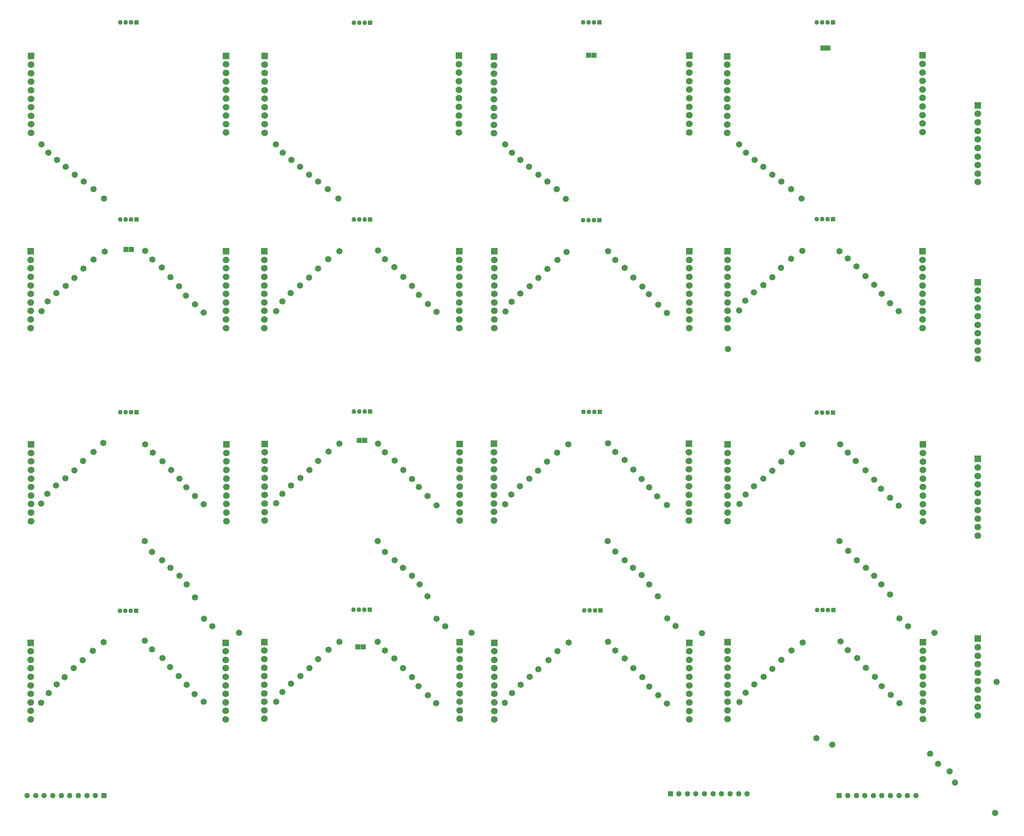
<source format=gbs>
G04*
G04 #@! TF.GenerationSoftware,Altium Limited,Altium Designer,25.2.1 (25)*
G04*
G04 Layer_Color=16711935*
%FSAX44Y44*%
%MOMM*%
G71*
G04*
G04 #@! TF.SameCoordinates,962EF830-37C3-45C2-9A6A-2A16DDEA0E73*
G04*
G04*
G04 #@! TF.FilePolarity,Negative*
G04*
G01*
G75*
%ADD19C,1.3000*%
%ADD20R,1.3000X1.3000*%
%ADD21R,1.5612X1.5612*%
%ADD22C,1.5612*%
%ADD23R,1.1000X1.1000*%
%ADD24C,1.1000*%
%ADD25C,1.4732*%
%ADD30R,1.1532X1.1532*%
D19*
X01974500Y00327750D02*
D03*
X01954500D02*
D03*
X01934500D02*
D03*
X01914500D02*
D03*
X01894500D02*
D03*
X01874500D02*
D03*
X01854500D02*
D03*
X01834500D02*
D03*
X01814500D02*
D03*
X02210500Y00323385D02*
D03*
X02230500D02*
D03*
X02250500D02*
D03*
X02270500D02*
D03*
X02290500D02*
D03*
X02310500D02*
D03*
X02330500D02*
D03*
X02350500D02*
D03*
X02370500D02*
D03*
X00446250D02*
D03*
X00426250D02*
D03*
X00406250D02*
D03*
X00386250D02*
D03*
X00366250D02*
D03*
X00346250D02*
D03*
X00326250D02*
D03*
X00306250D02*
D03*
X00286250D02*
D03*
D20*
X01794500Y00327750D02*
D03*
X02190500Y00323385D02*
D03*
X00466250D02*
D03*
D21*
X02515750Y01942520D02*
D03*
Y00691520D02*
D03*
Y01527808D02*
D03*
Y01113097D02*
D03*
X01381000Y01148750D02*
D03*
X01838250D02*
D03*
X00294665Y00682075D02*
D03*
X00295750Y01147250D02*
D03*
X00752165Y00682075D02*
D03*
X00753250Y01147250D02*
D03*
X00842500Y00683500D02*
D03*
X01839250Y00682000D02*
D03*
X00843000Y01148500D02*
D03*
X01300750D02*
D03*
X01300250Y00683500D02*
D03*
X01928500Y01147000D02*
D03*
X01929000Y00683250D02*
D03*
X02386500Y01147000D02*
D03*
X02387000Y00683250D02*
D03*
X01382000Y00682000D02*
D03*
X02386000Y02059750D02*
D03*
X00843250Y02058250D02*
D03*
X01299000Y02059000D02*
D03*
X01381000Y02056750D02*
D03*
X00295000Y02058000D02*
D03*
X00752500Y02058500D02*
D03*
X01838500Y02059250D02*
D03*
X01928000Y02057750D02*
D03*
X00294500Y01600250D02*
D03*
X00752500D02*
D03*
X01299750D02*
D03*
X00842500D02*
D03*
X01381250D02*
D03*
X01928500D02*
D03*
X01839000D02*
D03*
X02386000D02*
D03*
D22*
X02515750Y01922520D02*
D03*
Y01902520D02*
D03*
Y01882520D02*
D03*
Y01862520D02*
D03*
Y01842520D02*
D03*
Y01822520D02*
D03*
Y01802520D02*
D03*
Y01782520D02*
D03*
Y01762520D02*
D03*
Y00671520D02*
D03*
Y00651520D02*
D03*
Y00631520D02*
D03*
Y00611520D02*
D03*
Y00591520D02*
D03*
Y00571520D02*
D03*
Y00551520D02*
D03*
Y00531520D02*
D03*
Y00511520D02*
D03*
Y01507808D02*
D03*
Y01487808D02*
D03*
Y01467808D02*
D03*
Y01447808D02*
D03*
Y01427808D02*
D03*
Y01407808D02*
D03*
Y01387808D02*
D03*
Y01367808D02*
D03*
Y01347808D02*
D03*
Y01093097D02*
D03*
Y01073097D02*
D03*
Y01053097D02*
D03*
Y01033097D02*
D03*
Y01013097D02*
D03*
Y00993097D02*
D03*
Y00973097D02*
D03*
Y00953097D02*
D03*
Y00933097D02*
D03*
X01381000Y00968750D02*
D03*
Y00988750D02*
D03*
Y01008750D02*
D03*
Y01028750D02*
D03*
Y01048750D02*
D03*
Y01068750D02*
D03*
Y01088750D02*
D03*
Y01108750D02*
D03*
Y01128750D02*
D03*
X01838250Y00968750D02*
D03*
Y00988750D02*
D03*
Y01008750D02*
D03*
Y01028750D02*
D03*
Y01048750D02*
D03*
Y01068750D02*
D03*
Y01088750D02*
D03*
Y01108750D02*
D03*
Y01128750D02*
D03*
X00294665Y00502074D02*
D03*
Y00522075D02*
D03*
Y00542075D02*
D03*
Y00562075D02*
D03*
Y00582075D02*
D03*
Y00602075D02*
D03*
Y00622075D02*
D03*
Y00642075D02*
D03*
Y00662075D02*
D03*
X00295750Y00967250D02*
D03*
Y00987250D02*
D03*
Y01007250D02*
D03*
Y01027250D02*
D03*
Y01047250D02*
D03*
Y01067250D02*
D03*
Y01087250D02*
D03*
Y01107250D02*
D03*
Y01127250D02*
D03*
X00752165Y00502074D02*
D03*
Y00522075D02*
D03*
Y00542075D02*
D03*
Y00562075D02*
D03*
Y00582075D02*
D03*
Y00602075D02*
D03*
Y00622075D02*
D03*
Y00642075D02*
D03*
Y00662075D02*
D03*
X00753250Y00967250D02*
D03*
Y00987250D02*
D03*
Y01007250D02*
D03*
Y01027250D02*
D03*
Y01047250D02*
D03*
Y01067250D02*
D03*
Y01087250D02*
D03*
Y01107250D02*
D03*
Y01127250D02*
D03*
X00842500Y00503500D02*
D03*
Y00523500D02*
D03*
Y00543500D02*
D03*
Y00563500D02*
D03*
Y00583500D02*
D03*
Y00603500D02*
D03*
Y00623500D02*
D03*
Y00643500D02*
D03*
Y00663500D02*
D03*
X01839250Y00502000D02*
D03*
Y00522000D02*
D03*
Y00542000D02*
D03*
Y00562000D02*
D03*
Y00582000D02*
D03*
Y00602000D02*
D03*
Y00622000D02*
D03*
Y00642000D02*
D03*
Y00662000D02*
D03*
X00843000Y00968500D02*
D03*
Y00988500D02*
D03*
Y01008500D02*
D03*
Y01028500D02*
D03*
Y01048500D02*
D03*
Y01068500D02*
D03*
Y01088500D02*
D03*
Y01108500D02*
D03*
Y01128500D02*
D03*
X01300750Y00968500D02*
D03*
Y00988500D02*
D03*
Y01008500D02*
D03*
Y01028500D02*
D03*
Y01048500D02*
D03*
Y01068500D02*
D03*
Y01088500D02*
D03*
Y01108500D02*
D03*
Y01128500D02*
D03*
X01300250Y00503500D02*
D03*
Y00523500D02*
D03*
Y00543500D02*
D03*
Y00563500D02*
D03*
Y00583500D02*
D03*
Y00603500D02*
D03*
Y00623500D02*
D03*
Y00643500D02*
D03*
Y00663500D02*
D03*
X01928500Y00967000D02*
D03*
Y00987000D02*
D03*
Y01007000D02*
D03*
Y01027000D02*
D03*
Y01047000D02*
D03*
Y01067000D02*
D03*
Y01087000D02*
D03*
Y01107000D02*
D03*
Y01127000D02*
D03*
X01929000Y00503250D02*
D03*
Y00523250D02*
D03*
Y00543250D02*
D03*
Y00563250D02*
D03*
Y00583250D02*
D03*
Y00603250D02*
D03*
Y00623250D02*
D03*
Y00643250D02*
D03*
Y00663250D02*
D03*
X02386500Y00967000D02*
D03*
Y00987000D02*
D03*
Y01007000D02*
D03*
Y01027000D02*
D03*
Y01047000D02*
D03*
Y01067000D02*
D03*
Y01087000D02*
D03*
Y01107000D02*
D03*
Y01127000D02*
D03*
X02387000Y00503250D02*
D03*
Y00523250D02*
D03*
Y00543250D02*
D03*
Y00563250D02*
D03*
Y00583250D02*
D03*
Y00603250D02*
D03*
Y00623250D02*
D03*
Y00643250D02*
D03*
Y00663250D02*
D03*
X01382000Y00502000D02*
D03*
Y00522000D02*
D03*
Y00542000D02*
D03*
Y00562000D02*
D03*
Y00582000D02*
D03*
Y00602000D02*
D03*
Y00622000D02*
D03*
Y00642000D02*
D03*
Y00662000D02*
D03*
X02386000Y02039750D02*
D03*
Y02019750D02*
D03*
Y01999750D02*
D03*
Y01979750D02*
D03*
Y01959750D02*
D03*
Y01939750D02*
D03*
Y01919750D02*
D03*
Y01899750D02*
D03*
Y01879750D02*
D03*
X00843250Y02038250D02*
D03*
Y02018250D02*
D03*
Y01998250D02*
D03*
Y01978250D02*
D03*
Y01958250D02*
D03*
Y01938250D02*
D03*
Y01918250D02*
D03*
Y01898250D02*
D03*
Y01878250D02*
D03*
X01299000Y02039000D02*
D03*
Y02019000D02*
D03*
Y01999000D02*
D03*
Y01979000D02*
D03*
Y01959000D02*
D03*
Y01939000D02*
D03*
Y01919000D02*
D03*
Y01899000D02*
D03*
Y01879000D02*
D03*
X01381000Y02036750D02*
D03*
Y02016750D02*
D03*
Y01996750D02*
D03*
Y01976750D02*
D03*
Y01956750D02*
D03*
Y01936750D02*
D03*
Y01916750D02*
D03*
Y01896750D02*
D03*
Y01876750D02*
D03*
X00295000Y02038000D02*
D03*
Y02018000D02*
D03*
Y01998000D02*
D03*
Y01978000D02*
D03*
Y01958000D02*
D03*
Y01938000D02*
D03*
Y01918000D02*
D03*
Y01898000D02*
D03*
Y01878000D02*
D03*
X00752500Y02038500D02*
D03*
Y02018500D02*
D03*
Y01998500D02*
D03*
Y01978500D02*
D03*
Y01958500D02*
D03*
Y01938500D02*
D03*
Y01918500D02*
D03*
Y01898500D02*
D03*
Y01878500D02*
D03*
X01838500Y02039250D02*
D03*
Y02019250D02*
D03*
Y01999250D02*
D03*
Y01979250D02*
D03*
Y01959250D02*
D03*
Y01939250D02*
D03*
Y01919250D02*
D03*
Y01899250D02*
D03*
Y01879250D02*
D03*
X01928000Y02037750D02*
D03*
Y02017750D02*
D03*
Y01997750D02*
D03*
Y01977750D02*
D03*
Y01957750D02*
D03*
Y01937750D02*
D03*
Y01917750D02*
D03*
Y01897750D02*
D03*
Y01877750D02*
D03*
X00294500Y01580250D02*
D03*
Y01560250D02*
D03*
Y01540250D02*
D03*
Y01520250D02*
D03*
Y01500250D02*
D03*
Y01480250D02*
D03*
Y01460250D02*
D03*
Y01440250D02*
D03*
Y01420250D02*
D03*
X00752500Y01580250D02*
D03*
Y01560250D02*
D03*
Y01540250D02*
D03*
Y01520250D02*
D03*
Y01500250D02*
D03*
Y01480250D02*
D03*
Y01460250D02*
D03*
Y01440250D02*
D03*
Y01420250D02*
D03*
X01299750Y01580250D02*
D03*
Y01560250D02*
D03*
Y01540250D02*
D03*
Y01520250D02*
D03*
Y01500250D02*
D03*
Y01480250D02*
D03*
Y01460250D02*
D03*
Y01440250D02*
D03*
Y01420250D02*
D03*
X00842500Y01580250D02*
D03*
Y01560250D02*
D03*
Y01540250D02*
D03*
Y01520250D02*
D03*
Y01500250D02*
D03*
Y01480250D02*
D03*
Y01460250D02*
D03*
Y01440250D02*
D03*
Y01420250D02*
D03*
X01381250Y01580250D02*
D03*
Y01560250D02*
D03*
Y01540250D02*
D03*
Y01520250D02*
D03*
Y01500250D02*
D03*
Y01480250D02*
D03*
Y01460250D02*
D03*
Y01440250D02*
D03*
Y01420250D02*
D03*
X01928500Y01580250D02*
D03*
Y01560250D02*
D03*
Y01540250D02*
D03*
Y01520250D02*
D03*
Y01500250D02*
D03*
Y01480250D02*
D03*
Y01460250D02*
D03*
Y01440250D02*
D03*
Y01420250D02*
D03*
X01839000Y01580250D02*
D03*
Y01560250D02*
D03*
Y01540250D02*
D03*
Y01520250D02*
D03*
Y01500250D02*
D03*
Y01480250D02*
D03*
Y01460250D02*
D03*
Y01440250D02*
D03*
Y01420250D02*
D03*
X02386000Y01580250D02*
D03*
Y01560250D02*
D03*
Y01540250D02*
D03*
Y01520250D02*
D03*
Y01500250D02*
D03*
Y01480250D02*
D03*
Y01460250D02*
D03*
Y01440250D02*
D03*
Y01420250D02*
D03*
D23*
X01629300Y01223750D02*
D03*
X00541865Y00757325D02*
D03*
X00542951Y01222750D02*
D03*
X01630300Y00757750D02*
D03*
X01090200Y01224000D02*
D03*
X01089700Y00759250D02*
D03*
X02176700Y00758500D02*
D03*
X02176200Y01222000D02*
D03*
X00542200Y01675000D02*
D03*
X01090800Y02136500D02*
D03*
X00542200Y02137250D02*
D03*
X01628450Y02137000D02*
D03*
X02175700D02*
D03*
X01090800Y01674500D02*
D03*
X01628450Y01673000D02*
D03*
X02175701Y01675750D02*
D03*
D24*
X01616600Y01223750D02*
D03*
X01603900D02*
D03*
X01591200D02*
D03*
X00529165Y00757325D02*
D03*
X00516465D02*
D03*
X00503765D02*
D03*
X00530251Y01222750D02*
D03*
X00517551D02*
D03*
X00504851D02*
D03*
X01617600Y00757750D02*
D03*
X01604900D02*
D03*
X01592200D02*
D03*
X01077500Y01224000D02*
D03*
X01064800D02*
D03*
X01052100D02*
D03*
X01077000Y00759250D02*
D03*
X01064300D02*
D03*
X01051600D02*
D03*
X02164000Y00758500D02*
D03*
X02151300D02*
D03*
X02138600D02*
D03*
X02163500Y01222000D02*
D03*
X02150800D02*
D03*
X02138100D02*
D03*
X00529500Y01675000D02*
D03*
X00516800D02*
D03*
X00504100D02*
D03*
X01052700Y02136500D02*
D03*
X01065400D02*
D03*
X01078100D02*
D03*
X00504100Y02137250D02*
D03*
X00516800D02*
D03*
X00529500D02*
D03*
X01590350Y02137000D02*
D03*
X01603050D02*
D03*
X01615750D02*
D03*
X02137600D02*
D03*
X02150300D02*
D03*
X02163000D02*
D03*
X01052700Y01674500D02*
D03*
X01065400D02*
D03*
X01078100D02*
D03*
X01590350Y01673000D02*
D03*
X01603050D02*
D03*
X01615750D02*
D03*
X02137601Y01675750D02*
D03*
X02150300D02*
D03*
X02163000D02*
D03*
D25*
X02403750Y00421500D02*
D03*
X02422500Y00397750D02*
D03*
X02449500Y00380000D02*
D03*
X02461750Y00354250D02*
D03*
X02174250Y00442750D02*
D03*
X02137250Y00458250D02*
D03*
X02559000Y00590500D02*
D03*
X02556000Y00282750D02*
D03*
X01551000Y01599000D02*
D03*
X01549000Y01722750D02*
D03*
X01018750Y00684000D02*
D03*
X02311000Y00559500D02*
D03*
X01929250Y01371250D02*
D03*
X00442000Y01581000D02*
D03*
X00465066Y01150934D02*
D03*
X00441500Y01129750D02*
D03*
X00417500Y01108000D02*
D03*
X00396750Y01086750D02*
D03*
X00375750Y01068000D02*
D03*
X00353750Y01050500D02*
D03*
X00319250Y01008500D02*
D03*
X00333750Y01031000D02*
D03*
X00563250Y01147250D02*
D03*
X00580500Y01128000D02*
D03*
X00603750Y00646000D02*
D03*
X00660500Y00583500D02*
D03*
X00700250Y00543750D02*
D03*
X00679250Y00561500D02*
D03*
X00642000Y00603750D02*
D03*
X00621500Y00625250D02*
D03*
X00562250Y00687000D02*
D03*
X00578750Y00666750D02*
D03*
X01556000Y00682750D02*
D03*
X01509000Y00641250D02*
D03*
X01484750Y00620000D02*
D03*
X01464250Y00601750D02*
D03*
X01530250Y00662250D02*
D03*
X01443250Y00583250D02*
D03*
X01406250Y00540750D02*
D03*
X01422750Y00564250D02*
D03*
X02104750Y00682500D02*
D03*
X02054750Y00642000D02*
D03*
X02034000Y00620750D02*
D03*
X02013000Y00602000D02*
D03*
X01971000Y00565000D02*
D03*
X01956500Y00542500D02*
D03*
X02078750Y00663750D02*
D03*
X01991000Y00584500D02*
D03*
X00968750Y00643500D02*
D03*
X00948000Y00622250D02*
D03*
X00927000Y00603500D02*
D03*
X00885000Y00566500D02*
D03*
X00870500Y00544000D02*
D03*
X00992750Y00665250D02*
D03*
X00905000Y00586000D02*
D03*
X00465750Y00683750D02*
D03*
X00440250Y00663000D02*
D03*
X00416250Y00641250D02*
D03*
X00395000Y00622000D02*
D03*
X00374500Y00601250D02*
D03*
X00355750Y00584000D02*
D03*
X00336750Y00563750D02*
D03*
X00319500Y00540750D02*
D03*
X01018750Y01149000D02*
D03*
X00968750Y01108500D02*
D03*
X00948000Y01087250D02*
D03*
X00927000Y01068500D02*
D03*
X00885000Y01031500D02*
D03*
X00870500Y01009000D02*
D03*
X00992750Y01130250D02*
D03*
X00905000Y01051000D02*
D03*
X01555250Y01147000D02*
D03*
X01505250Y01106500D02*
D03*
X01484500Y01085250D02*
D03*
X01463500Y01066500D02*
D03*
X01421500Y01029500D02*
D03*
X01407000Y01007000D02*
D03*
X01529250Y01128250D02*
D03*
X01441500Y01049000D02*
D03*
X02104500Y01147500D02*
D03*
X02054500Y01107000D02*
D03*
X02033750Y01085750D02*
D03*
X02012750Y01067000D02*
D03*
X01970750Y01030000D02*
D03*
X01956250Y01007500D02*
D03*
X02078500Y01128750D02*
D03*
X01990750Y01049500D02*
D03*
X02104000Y01601500D02*
D03*
X02054000Y01561000D02*
D03*
X02033250Y01539750D02*
D03*
X02012250Y01521000D02*
D03*
X01970250Y01484000D02*
D03*
X01955750Y01461500D02*
D03*
X02078000Y01582750D02*
D03*
X01990250Y01503500D02*
D03*
X01506000Y01558500D02*
D03*
X01485250Y01537250D02*
D03*
X01464250Y01518500D02*
D03*
X01422250Y01481500D02*
D03*
X01407750Y01459000D02*
D03*
X01530000Y01580250D02*
D03*
X01442250Y01501000D02*
D03*
X01018250Y01600000D02*
D03*
X00968250Y01559500D02*
D03*
X00947500Y01538250D02*
D03*
X00926500Y01519500D02*
D03*
X00884500Y01482500D02*
D03*
X00870000Y01460000D02*
D03*
X00992250Y01581250D02*
D03*
X00904500Y01502000D02*
D03*
X00354250Y01501750D02*
D03*
X00319750Y01459750D02*
D03*
X00334250Y01482250D02*
D03*
X00376250Y01519250D02*
D03*
X00397250Y01538000D02*
D03*
X00418000Y01559250D02*
D03*
X00468000Y01599750D02*
D03*
X01125000Y00664250D02*
D03*
X01108500Y00684500D02*
D03*
X01147250Y00645250D02*
D03*
X01167750Y00622750D02*
D03*
X01188250Y00601250D02*
D03*
X01204250Y00579750D02*
D03*
X01225500Y00559000D02*
D03*
X01245750Y00540000D02*
D03*
X01647250Y00920250D02*
D03*
X01708000Y00622500D02*
D03*
X01765250Y00791000D02*
D03*
X01648750Y00684250D02*
D03*
X01665250Y00664000D02*
D03*
X01687500Y00645000D02*
D03*
X01728500Y00601000D02*
D03*
X01744500Y00579500D02*
D03*
X01765750Y00558750D02*
D03*
X01786000Y00539750D02*
D03*
X02194000Y00685000D02*
D03*
X02210500Y00664750D02*
D03*
X02232750Y00645750D02*
D03*
X02253250Y00623250D02*
D03*
X02273750Y00601750D02*
D03*
X02289750Y00580250D02*
D03*
X02331250Y00540500D02*
D03*
X02193000Y01147750D02*
D03*
X02229500Y01108750D02*
D03*
X02210250Y01127500D02*
D03*
X02252250Y01086000D02*
D03*
X02272750Y01064500D02*
D03*
X02288750Y01043000D02*
D03*
X02310000Y01022250D02*
D03*
X02330250Y01003250D02*
D03*
X01744750Y01046750D02*
D03*
X01744000Y01499500D02*
D03*
X01763750Y01025000D02*
D03*
X01786000Y01455750D02*
D03*
X01727000Y01066250D02*
D03*
X01648750Y01149750D02*
D03*
X01665250Y01129500D02*
D03*
X01687500Y01110500D02*
D03*
X01708000Y01088000D02*
D03*
X01786000Y01005250D02*
D03*
X01224750Y01026500D02*
D03*
X01204750Y01047000D02*
D03*
X01148000Y01109250D02*
D03*
X01168000Y01087250D02*
D03*
X01188500Y01065750D02*
D03*
X01246000Y01004500D02*
D03*
X01108750Y01149000D02*
D03*
X01125250Y01128750D02*
D03*
X00603375Y01107625D02*
D03*
X00700500Y01006500D02*
D03*
X00679750Y01026250D02*
D03*
X00659250Y01046250D02*
D03*
X00643500Y01066500D02*
D03*
X00623500Y01087000D02*
D03*
X00563000Y01601250D02*
D03*
X00579500Y01581000D02*
D03*
X00601750Y01562000D02*
D03*
X00622250Y01539500D02*
D03*
X00642750Y01518000D02*
D03*
X00658750Y01496500D02*
D03*
X00680000Y01475750D02*
D03*
X00700250Y01456750D02*
D03*
X02210750Y01583000D02*
D03*
X02191250Y01600500D02*
D03*
X02290500Y01500000D02*
D03*
X02272000Y01521750D02*
D03*
X02231250Y01564750D02*
D03*
X02251750Y01542250D02*
D03*
X02309500Y01478500D02*
D03*
X02329750Y01459500D02*
D03*
X01648750Y01600250D02*
D03*
X01665250Y01580000D02*
D03*
X01687500Y01561000D02*
D03*
X01708000Y01538500D02*
D03*
X01728500Y01517000D02*
D03*
X01765750Y01474750D02*
D03*
X01246000Y01457750D02*
D03*
X01225750Y01476750D02*
D03*
X01204500Y01497500D02*
D03*
X01188500Y01519000D02*
D03*
X01168000Y01540500D02*
D03*
X01147500Y01563000D02*
D03*
X01125250Y01582000D02*
D03*
X01108750Y01602250D02*
D03*
X00679500Y00788000D02*
D03*
X01225000Y00791000D02*
D03*
X02310000Y00795250D02*
D03*
X02289250Y00818750D02*
D03*
X00660250D02*
D03*
X01206000D02*
D03*
X01745000D02*
D03*
X02272000Y00839000D02*
D03*
X01727500Y00841000D02*
D03*
X01188750Y00839000D02*
D03*
X00643000D02*
D03*
X02253000Y00858000D02*
D03*
X01707000D02*
D03*
X00622000Y00857500D02*
D03*
X01167750D02*
D03*
X01148250Y00875250D02*
D03*
X01687250D02*
D03*
X02231500D02*
D03*
X00602500D02*
D03*
X02211750Y00897750D02*
D03*
X01124750Y00895250D02*
D03*
X01665250Y00895750D02*
D03*
X00579000Y00895250D02*
D03*
X01787500Y00739000D02*
D03*
X01807000Y00721500D02*
D03*
X01868875Y00704875D02*
D03*
X02331250Y00739250D02*
D03*
X02352000Y00720750D02*
D03*
X02413750Y00705250D02*
D03*
X01328500Y00705500D02*
D03*
X00782750D02*
D03*
X01266250Y00720500D02*
D03*
X00720500D02*
D03*
X01246500Y00738500D02*
D03*
X00700750D02*
D03*
X00562500Y00920250D02*
D03*
X01108250D02*
D03*
X02191500D02*
D03*
X02102500Y01724000D02*
D03*
X01016250D02*
D03*
X00466500D02*
D03*
X01528500Y01745500D02*
D03*
X02077500D02*
D03*
X00991250D02*
D03*
X00441500D02*
D03*
X01506000Y01763500D02*
D03*
X02055000D02*
D03*
X00968750D02*
D03*
X00419000D02*
D03*
X01484750Y01779500D02*
D03*
X02033750D02*
D03*
X00947500D02*
D03*
X00397750D02*
D03*
X01463250Y01798750D02*
D03*
X02012250D02*
D03*
X00926000D02*
D03*
X00376250D02*
D03*
X01443000Y01814750D02*
D03*
X01992000D02*
D03*
X00905750D02*
D03*
X00356000D02*
D03*
X01422750Y01831750D02*
D03*
X01971750D02*
D03*
X00885500D02*
D03*
X00335750D02*
D03*
X00319750Y01851000D02*
D03*
X00869500D02*
D03*
X01955750D02*
D03*
X01406750D02*
D03*
D30*
X01065250Y01156250D02*
D03*
X01077750D02*
D03*
X00518250Y01604500D02*
D03*
X00530750D02*
D03*
X01602500Y02059750D02*
D03*
X01615000D02*
D03*
X02151750Y02077250D02*
D03*
X02164250D02*
D03*
X01061750Y00672000D02*
D03*
X01074250D02*
D03*
M02*

</source>
